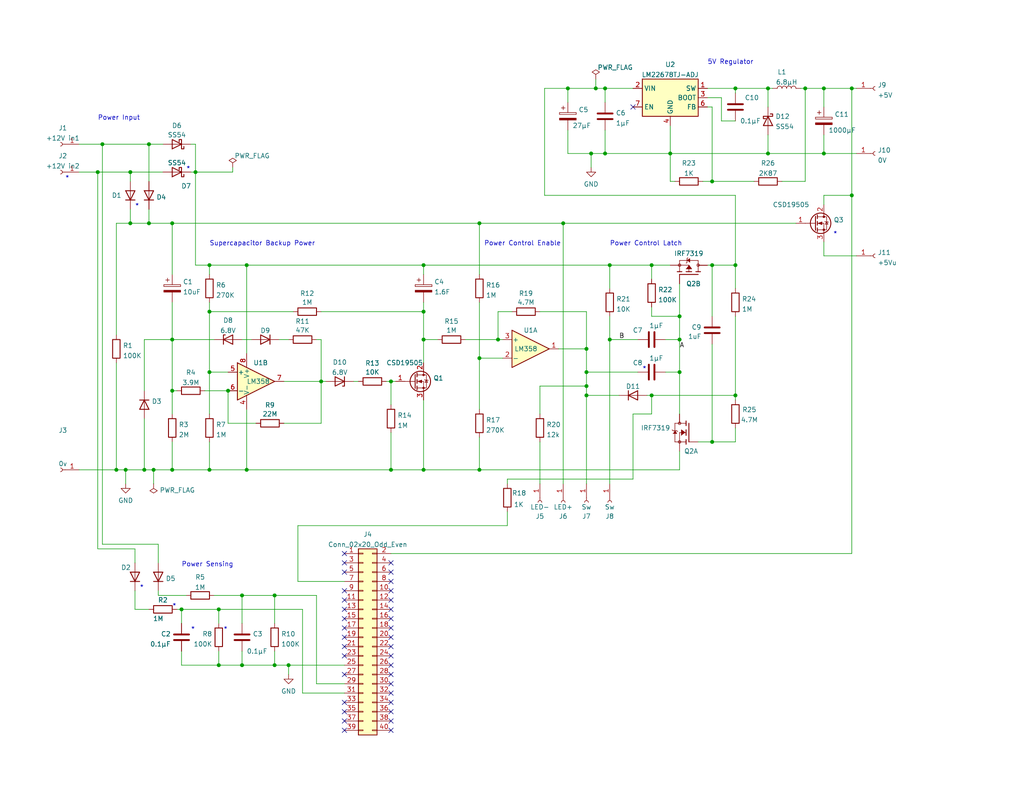
<source format=kicad_sch>
(kicad_sch (version 20211123) (generator eeschema)
  (paper "USLetter")
  (title_block (title "Graceful-Shutdown Power Supply for SBC") (rev "V2") (company "Bloodnok Marine") (comment 2 "Provides time to safely shut down when power is disconnected") (comment 4 "Safe power supply for Rasberry Pi or equivalent"))
  (lib_symbols
    (symbol "Amplifier_Operational:LM358" (pin_names (offset 0.127))
      (property "Reference" "U" (at 0 5.08 0))
      (property "Value" "LM358" (at 0 -5.08 0))
      (symbol "LM358_1_1"
        (pin output line (at 7.62 0 180) (length 2.54) (name "~") (number "1"))
        (pin input line (at -7.62 -2.54 0) (length 2.54) (name "-") (number "2"))
        (pin input line (at -7.62 2.54 0) (length 2.54) (name "+") (number "3"))
      )
      (symbol "LM358_2_1"
        (pin input line (at -7.62 2.54 0) (length 2.54) (name "+") (number "5"))
        (pin input line (at -7.62 -2.54 0) (length 2.54) (name "-") (number "6"))
        (pin output line (at 7.62 0 180) (length 2.54) (name "~") (number "7"))
      )
      (symbol "LM358_3_1"
        (pin power_in line (at -2.54 -7.62 90) (length 3.81) (name "V-") (number "4"))
        (pin power_in line (at -2.54 7.62 270) (length 3.81) (name "V+") (number "8"))
      )
    )
    (symbol "Connector:Conn_01x01_Female" (pin_names (offset 1.016) hide)
      (property "Reference" "J" (at 0 2.54 0))
      (property "Value" "Conn_01x01_Female" (at 0 -2.54 0))
      (symbol "Conn_01x01_Female_1_1"
        (pin passive line (at -5.08 0 0) (length 3.81) (name "Pin_1") (number "1"))
      )
    )
    (symbol "Connector_Generic:Conn_02x20_Odd_Even" (pin_names (offset 1.016) hide)
      (property "Reference" "J" (at 1.27 25.4 0))
      (property "Value" "Conn_02x20_Odd_Even" (at 1.27 -27.94 0))
      (symbol "Conn_02x20_Odd_Even_1_1"
        (pin passive line (at -5.08 22.86 0) (length 3.81) (name "Pin_1") (number "1"))
        (pin passive line (at 7.62 12.7 180) (length 3.81) (name "Pin_10") (number "10"))
        (pin passive line (at -5.08 10.16 0) (length 3.81) (name "Pin_11") (number "11"))
        (pin passive line (at 7.62 10.16 180) (length 3.81) (name "Pin_12") (number "12"))
        (pin passive line (at -5.08 7.62 0) (length 3.81) (name "Pin_13") (number "13"))
        (pin passive line (at 7.62 7.62 180) (length 3.81) (name "Pin_14") (number "14"))
        (pin passive line (at -5.08 5.08 0) (length 3.81) (name "Pin_15") (number "15"))
        (pin passive line (at 7.62 5.08 180) (length 3.81) (name "Pin_16") (number "16"))
        (pin passive line (at -5.08 2.54 0) (length 3.81) (name "Pin_17") (number "17"))
        (pin passive line (at 7.62 2.54 180) (length 3.81) (name "Pin_18") (number "18"))
        (pin passive line (at -5.08 0 0) (length 3.81) (name "Pin_19") (number "19"))
        (pin passive line (at 7.62 22.86 180) (length 3.81) (name "Pin_2") (number "2"))
        (pin passive line (at 7.62 0 180) (length 3.81) (name "Pin_20") (number "20"))
        (pin passive line (at -5.08 -2.54 0) (length 3.81) (name "Pin_21") (number "21"))
        (pin passive line (at 7.62 -2.54 180) (length 3.81) (name "Pin_22") (number "22"))
        (pin passive line (at -5.08 -5.08 0) (length 3.81) (name "Pin_23") (number "23"))
        (pin passive line (at 7.62 -5.08 180) (length 3.81) (name "Pin_24") (number "24"))
        (pin passive line (at -5.08 -7.62 0) (length 3.81) (name "Pin_25") (number "25"))
        (pin passive line (at 7.62 -7.62 180) (length 3.81) (name "Pin_26") (number "26"))
        (pin passive line (at -5.08 -10.16 0) (length 3.81) (name "Pin_27") (number "27"))
        (pin passive line (at 7.62 -10.16 180) (length 3.81) (name "Pin_28") (number "28"))
        (pin passive line (at -5.08 -12.7 0) (length 3.81) (name "Pin_29") (number "29"))
        (pin passive line (at -5.08 20.32 0) (length 3.81) (name "Pin_3") (number "3"))
        (pin passive line (at 7.62 -12.7 180) (length 3.81) (name "Pin_30") (number "30"))
        (pin passive line (at -5.08 -15.24 0) (length 3.81) (name "Pin_31") (number "31"))
        (pin passive line (at 7.62 -15.24 180) (length 3.81) (name "Pin_32") (number "32"))
        (pin passive line (at -5.08 -17.78 0) (length 3.81) (name "Pin_33") (number "33"))
        (pin passive line (at 7.62 -17.78 180) (length 3.81) (name "Pin_34") (number "34"))
        (pin passive line (at -5.08 -20.32 0) (length 3.81) (name "Pin_35") (number "35"))
        (pin passive line (at 7.62 -20.32 180) (length 3.81) (name "Pin_36") (number "36"))
        (pin passive line (at -5.08 -22.86 0) (length 3.81) (name "Pin_37") (number "37"))
        (pin passive line (at 7.62 -22.86 180) (length 3.81) (name "Pin_38") (number "38"))
        (pin passive line (at -5.08 -25.4 0) (length 3.81) (name "Pin_39") (number "39"))
        (pin passive line (at 7.62 20.32 180) (length 3.81) (name "Pin_4") (number "4"))
        (pin passive line (at 7.62 -25.4 180) (length 3.81) (name "Pin_40") (number "40"))
        (pin passive line (at -5.08 17.78 0) (length 3.81) (name "Pin_5") (number "5"))
        (pin passive line (at 7.62 17.78 180) (length 3.81) (name "Pin_6") (number "6"))
        (pin passive line (at -5.08 15.24 0) (length 3.81) (name "Pin_7") (number "7"))
        (pin passive line (at 7.62 15.24 180) (length 3.81) (name "Pin_8") (number "8"))
        (pin passive line (at -5.08 12.7 0) (length 3.81) (name "Pin_9") (number "9"))
      )
    )
    (symbol "Device:C" (pin_numbers hide) (pin_names (offset 0.254))
      (property "Reference" "C" (at 0.635 2.54 0))
      (property "Value" "C" (at 0.635 -2.54 0))
      (symbol "C_1_1"
        (pin passive line (at 0 3.81 270) (length 2.794) (name "~") (number "1"))
        (pin passive line (at 0 -3.81 90) (length 2.794) (name "~") (number "2"))
      )
    )
    (symbol "Device:C_Polarized" (pin_numbers hide) (pin_names (offset 0.254))
      (property "Reference" "C" (at 0.635 2.54 0))
      (property "Value" "C_Polarized" (at 0.635 -2.54 0))
      (symbol "C_Polarized_1_1"
        (pin passive line (at 0 3.81 270) (length 2.794) (name "~") (number "1"))
        (pin passive line (at 0 -3.81 90) (length 2.794) (name "~") (number "2"))
      )
    )
    (symbol "Device:D" (pin_numbers hide) (pin_names (offset 1.016) hide)
      (property "Reference" "D" (at 0 2.54 0))
      (property "Value" "D" (at 0 -2.54 0))
      (symbol "D_1_1"
        (pin passive line (at -3.81 0 0) (length 2.54) (name "K") (number "1"))
        (pin passive line (at 3.81 0 180) (length 2.54) (name "A") (number "2"))
      )
    )
    (symbol "Device:D_Schottky" (pin_numbers hide) (pin_names (offset 1.016) hide)
      (property "Reference" "D" (at 0 2.54 0))
      (property "Value" "D_Schottky" (at 0 -2.54 0))
      (symbol "D_Schottky_1_1"
        (pin passive line (at -3.81 0 0) (length 2.54) (name "K") (number "1"))
        (pin passive line (at 3.81 0 180) (length 2.54) (name "A") (number "2"))
      )
    )
    (symbol "Device:D_Zener" (pin_numbers hide) (pin_names (offset 1.016) hide)
      (property "Reference" "D" (at 0 2.54 0))
      (property "Value" "D_Zener" (at 0 -2.54 0))
      (symbol "D_Zener_1_1"
        (pin passive line (at -3.81 0 0) (length 2.54) (name "K") (number "1"))
        (pin passive line (at 3.81 0 180) (length 2.54) (name "A") (number "2"))
      )
    )
    (symbol "Device:L" (pin_numbers hide) (pin_names (offset 1.016) hide)
      (property "Reference" "L" (at -1.27 0 90))
      (property "Value" "L" (at 1.905 0 90))
      (symbol "L_1_1"
        (pin passive line (at 0 3.81 270) (length 1.27) (name "1") (number "1"))
        (pin passive line (at 0 -3.81 90) (length 1.27) (name "2") (number "2"))
      )
    )
    (symbol "Device:R" (pin_numbers hide) (pin_names (offset 0))
      (property "Reference" "R" (at 2.032 0 90))
      (property "Value" "R" (at 0 0 90))
      (symbol "R_1_1"
        (pin passive line (at 0 3.81 270) (length 1.27) (name "~") (number "1"))
        (pin passive line (at 0 -3.81 90) (length 1.27) (name "~") (number "2"))
      )
    )
    (symbol "IRF7319:IRF7319" (pin_numbers hide) (pin_names (offset 1.016) hide)
      (property "Reference" "Q" (at -11.43 2.54 0))
      (property "Value" "IRF7319" (at -11.43 -7.62 0))
      (symbol "IRF7319_1_0"
        (pin passive line (at 0 -5.08 90) (length 2.54) (name "S1") (number "1"))
        (pin passive line (at -5.08 -2.54 0) (length 2.54) (name "G1") (number "2"))
        (pin passive line (at 0 5.08 270) (length 2.54) (name "D1") (number "7"))
        (pin passive line (at 0 5.08 270) (length 2.54) (name "D1") (number "8"))
      )
      (symbol "IRF7319_2_0"
        (pin passive line (at 0 -5.08 90) (length 2.54) (name "S2") (number "3"))
        (pin passive line (at -5.08 -2.54 0) (length 2.54) (name "G2") (number "4"))
        (pin passive line (at 0 5.08 270) (length 2.54) (name "D2") (number "5"))
        (pin passive line (at 0 5.08 270) (length 2.54) (name "D2") (number "6"))
      )
    )
    (symbol "Regulator_Switching:LM22678TJ-ADJ"
      (property "Reference" "U" (at -6.35 6.35 0))
      (property "Value" "LM22678TJ-ADJ" (at 5.08 6.35 0))
      (symbol "LM22678TJ-ADJ_1_1"
        (pin power_out line (at 10.16 2.54 180) (length 2.54) (name "SW") (number "1"))
        (pin power_in line (at -10.16 2.54 0) (length 2.54) (name "VIN") (number "2"))
        (pin passive line (at 10.16 0 180) (length 2.54) (name "BOOT") (number "3"))
        (pin power_in line (at 0 -7.62 90) (length 2.54) (name "GND") (number "4"))
        (pin no_connect line (at -7.62 0 0) (length 2.54) hide (name "NC") (number "5"))
        (pin input line (at 10.16 -2.54 180) (length 2.54) (name "FB") (number "6"))
        (pin input line (at -10.16 -2.54 0) (length 2.54) (name "EN") (number "7"))
        (pin passive line (at 0 -7.62 90) (length 2.54) hide (name "GND") (number "8"))
      )
    )
    (symbol "csd19502q5b:CSD19505KCS" (pin_names hide)
      (property "Reference" "Q" (at 5.08 1.905 0))
      (property "Value" "CSD19505KCS" (at 5.08 0 0))
      (symbol "CSD19505KCS_1_1"
        (pin passive line (at -5.08 0 0) (length 2.54) (name "G") (number "1"))
        (pin passive line (at 2.54 5.08 270) (length 2.54) (name "D") (number "2"))
        (pin passive line (at 2.54 -5.08 90) (length 2.54) (name "S") (number "3"))
      )
    )
    (symbol "power:GND" (power) (pin_names (offset 0))
      (property "Value" "GND" (at 0 -3.81 0))
      (symbol "GND_1_1"
        (pin power_in line (at 0 0 270) (length 0) hide (name "GND") (number "1"))
      )
    )
    (symbol "power:PWR_FLAG" (power) (pin_numbers hide) (pin_names (offset 0) hide)
      (property "Value" "PWR_FLAG" (at 0 3.81 0))
      (symbol "PWR_FLAG_0_0"
        (pin power_out line (at 0 0 90) (length 0) (name "pwr") (number "1"))
      )
    )
  )
  (junction (at 154.94 24.13))
  (junction (at 232.41 24.13))
  (junction (at 115.57 85.09))
  (junction (at 66.04 162.56))
  (junction (at 130.81 128.27))
  (junction (at 46.99 106.68))
  (junction (at 135.89 92.71))
  (junction (at 165.1 24.13))
  (junction (at 185.42 92.71))
  (junction (at 57.15 128.27))
  (junction (at 59.69 181.61))
  (junction (at 53.34 46.99))
  (junction (at 209.55 41.91))
  (junction (at 67.31 72.39))
  (junction (at 31.75 128.27))
  (junction (at 59.69 166.37))
  (junction (at 67.31 128.27))
  (junction (at 162.56 24.13))
  (junction (at 49.53 166.37))
  (junction (at 160.02 101.6))
  (junction (at 166.37 92.71))
  (junction (at 115.57 72.39))
  (junction (at 200.66 72.39))
  (junction (at 41.91 128.27))
  (junction (at 160.02 107.95))
  (junction (at 153.67 60.96))
  (junction (at 87.63 104.14))
  (junction (at 115.57 128.27))
  (junction (at 106.68 128.27))
  (junction (at 130.81 60.96))
  (junction (at 165.1 41.91))
  (junction (at 57.15 72.39))
  (junction (at 78.74 181.61))
  (junction (at 200.66 24.13))
  (junction (at 209.55 24.13))
  (junction (at 160.02 105.41))
  (junction (at 26.67 46.99))
  (junction (at 34.29 128.27))
  (junction (at 185.42 86.36))
  (junction (at 115.57 92.71))
  (junction (at 166.37 72.39))
  (junction (at 232.41 53.34))
  (junction (at 177.8 72.39))
  (junction (at 185.42 101.6))
  (junction (at 194.31 72.39))
  (junction (at 106.68 104.14))
  (junction (at 224.79 41.91))
  (junction (at 130.81 97.79))
  (junction (at 161.29 41.91))
  (junction (at 194.31 120.65))
  (junction (at 182.88 41.91))
  (junction (at 57.15 85.09))
  (junction (at 194.31 49.53))
  (junction (at 39.37 128.27))
  (junction (at 46.99 128.27))
  (junction (at 74.93 162.56))
  (junction (at 66.04 181.61))
  (junction (at 46.99 92.71))
  (junction (at 219.71 24.13))
  (junction (at 160.02 95.25))
  (junction (at 40.64 39.37))
  (junction (at 27.94 39.37))
  (junction (at 74.93 181.61))
  (junction (at 57.15 101.6))
  (junction (at 62.23 106.68))
  (junction (at 46.99 60.96))
  (junction (at 224.79 24.13))
  (junction (at 40.64 60.96))
  (junction (at 35.56 60.96))
  (junction (at 177.8 107.95))
  (junction (at 200.66 107.95))
  (junction (at 35.56 46.99))
  (no_connect (at 93.98 163.83))
  (no_connect (at 93.98 161.29))
  (no_connect (at 93.98 156.21))
  (no_connect (at 93.98 153.67))
  (no_connect (at 93.98 151.13))
  (no_connect (at 93.98 166.37))
  (no_connect (at 93.98 168.91))
  (no_connect (at 93.98 171.45))
  (no_connect (at 93.98 179.07))
  (no_connect (at 93.98 176.53))
  (no_connect (at 93.98 173.99))
  (no_connect (at 93.98 184.15))
  (no_connect (at 106.68 173.99))
  (no_connect (at 106.68 176.53))
  (no_connect (at 93.98 191.77))
  (no_connect (at 93.98 199.39))
  (no_connect (at 93.98 196.85))
  (no_connect (at 93.98 194.31))
  (no_connect (at 106.68 189.23))
  (no_connect (at 106.68 191.77))
  (no_connect (at 106.68 194.31))
  (no_connect (at 106.68 196.85))
  (no_connect (at 106.68 199.39))
  (no_connect (at 106.68 179.07))
  (no_connect (at 106.68 181.61))
  (no_connect (at 106.68 184.15))
  (no_connect (at 106.68 186.69))
  (no_connect (at 106.68 156.21))
  (no_connect (at 106.68 153.67))
  (no_connect (at 106.68 158.75))
  (no_connect (at 106.68 168.91))
  (no_connect (at 106.68 171.45))
  (no_connect (at 106.68 161.29))
  (no_connect (at 106.68 163.83))
  (no_connect (at 106.68 166.37))
  (no_connect (at 172.72 29.21))
  (wire (pts (xy 205.74 49.53) (xy 194.31 49.53)))
  (wire (pts (xy 62.23 101.6) (xy 57.15 101.6)))
  (wire (pts (xy 160.02 85.09) (xy 160.02 95.25)))
  (wire (pts (xy 177.8 72.39) (xy 182.88 72.39)))
  (wire (pts (xy 66.04 162.56) (xy 74.93 162.56)))
  (wire (pts (xy 105.41 104.14) (xy 106.68 104.14)))
  (wire (pts (xy 74.93 181.61) (xy 78.74 181.61)))
  (wire (pts (xy 194.31 72.39) (xy 194.31 86.36)))
  (wire (pts (xy 135.89 85.09) (xy 135.89 92.71)))
  (wire (pts (xy 130.81 97.79) (xy 130.81 111.76)))
  (wire (pts (xy 224.79 66.04) (xy 224.79 69.85)))
  (wire (pts (xy 193.04 29.21) (xy 194.31 29.21)))
  (wire (pts (xy 115.57 92.71) (xy 115.57 99.06)))
  (wire (pts (xy 224.79 29.21) (xy 224.79 24.13)))
  (wire (pts (xy 35.56 60.96) (xy 40.64 60.96)))
  (wire (pts (xy 57.15 72.39) (xy 53.34 72.39)))
  (wire (pts (xy 74.93 170.18) (xy 74.93 162.56)))
  (wire (pts (xy 26.67 46.99) (xy 35.56 46.99)))
  (wire (pts (xy 115.57 128.27) (xy 130.81 128.27)))
  (wire (pts (xy 66.04 181.61) (xy 74.93 181.61)))
  (wire (pts (xy 96.52 104.14) (xy 97.79 104.14)))
  (wire (pts (xy 49.53 177.8) (xy 49.53 181.61)))
  (wire (pts (xy 160.02 105.41) (xy 160.02 101.6)))
  (wire (pts (xy 58.42 162.56) (xy 66.04 162.56)))
  (wire (pts (xy 57.15 101.6) (xy 57.15 113.03)))
  (wire (pts (xy 46.99 82.55) (xy 46.99 92.71)))
  (wire (pts (xy 200.66 86.36) (xy 200.66 107.95)))
  (wire (pts (xy 165.1 27.94) (xy 165.1 24.13)))
  (wire (pts (xy 162.56 21.59) (xy 162.56 24.13)))
  (wire (pts (xy 69.85 115.57) (xy 62.23 115.57)))
  (wire (pts (xy 127 92.71) (xy 135.89 92.71)))
  (wire (pts (xy 43.18 162.56) (xy 43.18 161.29)))
  (wire (pts (xy 62.23 115.57) (xy 62.23 106.68)))
  (wire (pts (xy 35.56 46.99) (xy 44.45 46.99)))
  (wire (pts (xy 182.88 49.53) (xy 182.88 41.91)))
  (wire (pts (xy 154.94 41.91) (xy 154.94 35.56)))
  (wire (pts (xy 106.68 104.14) (xy 107.95 104.14)))
  (wire (pts (xy 39.37 114.3) (xy 39.37 128.27)))
  (wire (pts (xy 194.31 29.21) (xy 194.31 49.53)))
  (wire (pts (xy 39.37 128.27) (xy 41.91 128.27)))
  (wire (pts (xy 166.37 72.39) (xy 166.37 78.74)))
  (wire (pts (xy 213.36 49.53) (xy 219.71 49.53)))
  (wire (pts (xy 181.61 101.6) (xy 185.42 101.6)))
  (wire (pts (xy 177.8 86.36) (xy 185.42 86.36)))
  (wire (pts (xy 115.57 72.39) (xy 166.37 72.39)))
  (wire (pts (xy 41.91 128.27) (xy 46.99 128.27)))
  (wire (pts (xy 224.79 53.34) (xy 224.79 55.88)))
  (wire (pts (xy 130.81 60.96) (xy 153.67 60.96)))
  (wire (pts (xy 57.15 74.93) (xy 57.15 72.39)))
  (wire (pts (xy 153.67 60.96) (xy 153.67 132.08)))
  (wire (pts (xy 77.47 115.57) (xy 87.63 115.57)))
  (wire (pts (xy 46.99 106.68) (xy 46.99 113.03)))
  (wire (pts (xy 147.32 105.41) (xy 147.32 113.03)))
  (wire (pts (xy 172.72 130.81) (xy 138.43 130.81)))
  (wire (pts (xy 177.8 107.95) (xy 200.66 107.95)))
  (wire (pts (xy 224.79 36.83) (xy 224.79 41.91)))
  (wire (pts (xy 106.68 110.49) (xy 106.68 104.14)))
  (wire (pts (xy 160.02 101.6) (xy 173.99 101.6)))
  (wire (pts (xy 67.31 72.39) (xy 57.15 72.39)))
  (wire (pts (xy 135.89 92.71) (xy 137.16 92.71)))
  (wire (pts (xy 66.04 170.18) (xy 66.04 162.56)))
  (wire (pts (xy 49.53 170.18) (xy 49.53 166.37)))
  (wire (pts (xy 49.53 181.61) (xy 59.69 181.61)))
  (wire (pts (xy 160.02 107.95) (xy 160.02 132.08)))
  (wire (pts (xy 87.63 104.14) (xy 88.9 104.14)))
  (wire (pts (xy 26.67 149.86) (xy 36.83 149.86)))
  (wire (pts (xy 160.02 95.25) (xy 160.02 101.6)))
  (wire (pts (xy 115.57 85.09) (xy 115.57 92.71)))
  (wire (pts (xy 80.01 85.09) (xy 57.15 85.09)))
  (wire (pts (xy 39.37 92.71) (xy 39.37 106.68)))
  (wire (pts (xy 152.4 95.25) (xy 160.02 95.25)))
  (wire (pts (xy 31.75 60.96) (xy 35.56 60.96)))
  (wire (pts (xy 53.34 72.39) (xy 53.34 46.99)))
  (wire (pts (xy 194.31 72.39) (xy 200.66 72.39)))
  (wire (pts (xy 78.74 181.61) (xy 78.74 184.15)))
  (wire (pts (xy 153.67 60.96) (xy 217.17 60.96)))
  (wire (pts (xy 57.15 120.65) (xy 57.15 128.27)))
  (wire (pts (xy 67.31 111.76) (xy 67.31 128.27)))
  (wire (pts (xy 162.56 24.13) (xy 165.1 24.13)))
  (wire (pts (xy 224.79 24.13) (xy 232.41 24.13)))
  (wire (pts (xy 168.91 107.95) (xy 160.02 107.95)))
  (wire (pts (xy 53.34 46.99) (xy 53.34 39.37)))
  (wire (pts (xy 233.68 41.91) (xy 224.79 41.91)))
  (wire (pts (xy 34.29 132.08) (xy 34.29 128.27)))
  (wire (pts (xy 182.88 34.29) (xy 182.88 41.91)))
  (wire (pts (xy 27.94 39.37) (xy 27.94 148.59)))
  (wire (pts (xy 93.98 189.23) (xy 82.55 189.23)))
  (wire (pts (xy 200.66 116.84) (xy 200.66 120.65)))
  (wire (pts (xy 232.41 53.34) (xy 232.41 151.13)))
  (wire (pts (xy 35.56 46.99) (xy 35.56 49.53)))
  (wire (pts (xy 185.42 77.47) (xy 185.42 86.36)))
  (wire (pts (xy 148.59 24.13) (xy 154.94 24.13)))
  (wire (pts (xy 166.37 92.71) (xy 166.37 132.08)))
  (wire (pts (xy 82.55 189.23) (xy 82.55 166.37)))
  (wire (pts (xy 172.72 130.81) (xy 172.72 113.03)))
  (wire (pts (xy 53.34 46.99) (xy 63.5 46.99)))
  (wire (pts (xy 58.42 92.71) (xy 46.99 92.71)))
  (wire (pts (xy 154.94 41.91) (xy 161.29 41.91)))
  (wire (pts (xy 185.42 123.19) (xy 185.42 128.27)))
  (wire (pts (xy 224.79 41.91) (xy 209.55 41.91)))
  (wire (pts (xy 194.31 93.98) (xy 194.31 120.65)))
  (wire (pts (xy 200.66 53.34) (xy 148.59 53.34)))
  (wire (pts (xy 200.66 24.13) (xy 209.55 24.13)))
  (wire (pts (xy 209.55 29.21) (xy 209.55 24.13)))
  (wire (pts (xy 147.32 105.41) (xy 160.02 105.41)))
  (wire (pts (xy 57.15 85.09) (xy 57.15 101.6)))
  (wire (pts (xy 46.99 92.71) (xy 46.99 106.68)))
  (wire (pts (xy 115.57 109.22) (xy 115.57 128.27)))
  (wire (pts (xy 115.57 74.93) (xy 115.57 72.39)))
  (wire (pts (xy 49.53 166.37) (xy 59.69 166.37)))
  (wire (pts (xy 36.83 161.29) (xy 36.83 166.37)))
  (wire (pts (xy 43.18 153.67) (xy 43.18 148.59)))
  (wire (pts (xy 148.59 53.34) (xy 148.59 24.13)))
  (wire (pts (xy 27.94 39.37) (xy 40.64 39.37)))
  (wire (pts (xy 224.79 24.13) (xy 219.71 24.13)))
  (wire (pts (xy 177.8 76.2) (xy 177.8 72.39)))
  (wire (pts (xy 200.66 72.39) (xy 200.66 53.34)))
  (wire (pts (xy 130.81 74.93) (xy 130.81 60.96)))
  (wire (pts (xy 194.31 49.53) (xy 191.77 49.53)))
  (wire (pts (xy 34.29 128.27) (xy 39.37 128.27)))
  (wire (pts (xy 196.85 33.02) (xy 196.85 26.67)))
  (wire (pts (xy 176.53 107.95) (xy 177.8 107.95)))
  (wire (pts (xy 57.15 82.55) (xy 57.15 85.09)))
  (wire (pts (xy 185.42 92.71) (xy 185.42 101.6)))
  (wire (pts (xy 185.42 101.6) (xy 185.42 113.03)))
  (wire (pts (xy 160.02 105.41) (xy 160.02 107.95)))
  (wire (pts (xy 185.42 86.36) (xy 185.42 92.71)))
  (wire (pts (xy 181.61 92.71) (xy 185.42 92.71)))
  (wire (pts (xy 21.59 46.99) (xy 26.67 46.99)))
  (wire (pts (xy 138.43 143.51) (xy 138.43 139.7)))
  (wire (pts (xy 40.64 57.15) (xy 40.64 60.96)))
  (wire (pts (xy 147.32 120.65) (xy 147.32 132.08)))
  (wire (pts (xy 190.5 120.65) (xy 194.31 120.65)))
  (wire (pts (xy 87.63 115.57) (xy 87.63 104.14)))
  (wire (pts (xy 93.98 158.75) (xy 81.28 158.75)))
  (wire (pts (xy 137.16 97.79) (xy 130.81 97.79)))
  (wire (pts (xy 41.91 132.08) (xy 41.91 128.27)))
  (wire (pts (xy 87.63 92.71) (xy 86.36 92.71)))
  (wire (pts (xy 36.83 149.86) (xy 36.83 153.67)))
  (wire (pts (xy 21.59 39.37) (xy 27.94 39.37)))
  (wire (pts (xy 48.26 166.37) (xy 49.53 166.37)))
  (wire (pts (xy 31.75 60.96) (xy 31.75 91.44)))
  (wire (pts (xy 193.04 24.13) (xy 200.66 24.13)))
  (wire (pts (xy 232.41 24.13) (xy 233.68 24.13)))
  (wire (pts (xy 172.72 113.03) (xy 177.8 113.03)))
  (wire (pts (xy 161.29 45.72) (xy 161.29 41.91)))
  (wire (pts (xy 209.55 41.91) (xy 182.88 41.91)))
  (wire (pts (xy 138.43 130.81) (xy 138.43 132.08)))
  (wire (pts (xy 76.2 92.71) (xy 78.74 92.71)))
  (wire (pts (xy 200.66 25.4) (xy 200.66 24.13)))
  (wire (pts (xy 40.64 39.37) (xy 44.45 39.37)))
  (wire (pts (xy 106.68 151.13) (xy 232.41 151.13)))
  (wire (pts (xy 119.38 92.71) (xy 115.57 92.71)))
  (wire (pts (xy 67.31 96.52) (xy 67.31 72.39)))
  (wire (pts (xy 46.99 92.71) (xy 39.37 92.71)))
  (wire (pts (xy 87.63 85.09) (xy 115.57 85.09)))
  (wire (pts (xy 21.59 128.27) (xy 31.75 128.27)))
  (wire (pts (xy 130.81 82.55) (xy 130.81 97.79)))
  (wire (pts (xy 177.8 113.03) (xy 177.8 107.95)))
  (wire (pts (xy 200.66 120.65) (xy 194.31 120.65)))
  (wire (pts (xy 161.29 41.91) (xy 165.1 41.91)))
  (wire (pts (xy 232.41 24.13) (xy 232.41 53.34)))
  (wire (pts (xy 130.81 128.27) (xy 185.42 128.27)))
  (wire (pts (xy 27.94 148.59) (xy 43.18 148.59)))
  (wire (pts (xy 200.66 33.02) (xy 196.85 33.02)))
  (wire (pts (xy 177.8 83.82) (xy 177.8 86.36)))
  (wire (pts (xy 36.83 166.37) (xy 40.64 166.37)))
  (wire (pts (xy 165.1 41.91) (xy 182.88 41.91)))
  (wire (pts (xy 77.47 104.14) (xy 87.63 104.14)))
  (wire (pts (xy 200.66 78.74) (xy 200.66 72.39)))
  (wire (pts (xy 52.07 39.37) (xy 53.34 39.37)))
  (wire (pts (xy 40.64 60.96) (xy 46.99 60.96)))
  (wire (pts (xy 46.99 120.65) (xy 46.99 128.27)))
  (wire (pts (xy 219.71 49.53) (xy 219.71 24.13)))
  (wire (pts (xy 59.69 181.61) (xy 66.04 181.61)))
  (wire (pts (xy 46.99 60.96) (xy 46.99 74.93)))
  (wire (pts (xy 166.37 72.39) (xy 177.8 72.39)))
  (wire (pts (xy 86.36 186.69) (xy 86.36 162.56)))
  (wire (pts (xy 50.8 162.56) (xy 43.18 162.56)))
  (wire (pts (xy 232.41 53.34) (xy 224.79 53.34)))
  (wire (pts (xy 74.93 177.8) (xy 74.93 181.61)))
  (wire (pts (xy 209.55 36.83) (xy 209.55 41.91)))
  (wire (pts (xy 26.67 46.99) (xy 26.67 149.86)))
  (wire (pts (xy 87.63 92.71) (xy 87.63 104.14)))
  (wire (pts (xy 172.72 24.13) (xy 165.1 24.13)))
  (wire (pts (xy 209.55 24.13) (xy 210.82 24.13)))
  (wire (pts (xy 130.81 119.38) (xy 130.81 128.27)))
  (wire (pts (xy 173.99 92.71) (xy 166.37 92.71)))
  (wire (pts (xy 31.75 99.06) (xy 31.75 128.27)))
  (wire (pts (xy 139.7 85.09) (xy 135.89 85.09)))
  (wire (pts (xy 67.31 128.27) (xy 106.68 128.27)))
  (wire (pts (xy 115.57 72.39) (xy 67.31 72.39)))
  (wire (pts (xy 154.94 24.13) (xy 162.56 24.13)))
  (wire (pts (xy 35.56 57.15) (xy 35.56 60.96)))
  (wire (pts (xy 46.99 128.27) (xy 57.15 128.27)))
  (wire (pts (xy 31.75 128.27) (xy 34.29 128.27)))
  (wire (pts (xy 57.15 128.27) (xy 67.31 128.27)))
  (wire (pts (xy 218.44 24.13) (xy 219.71 24.13)))
  (wire (pts (xy 62.23 106.68) (xy 55.88 106.68)))
  (wire (pts (xy 106.68 118.11) (xy 106.68 128.27)))
  (wire (pts (xy 193.04 72.39) (xy 194.31 72.39)))
  (wire (pts (xy 46.99 60.96) (xy 130.81 60.96)))
  (wire (pts (xy 147.32 85.09) (xy 160.02 85.09)))
  (wire (pts (xy 165.1 35.56) (xy 165.1 41.91)))
  (wire (pts (xy 115.57 82.55) (xy 115.57 85.09)))
  (wire (pts (xy 81.28 143.51) (xy 138.43 143.51)))
  (wire (pts (xy 166.37 86.36) (xy 166.37 92.71)))
  (wire (pts (xy 66.04 92.71) (xy 68.58 92.71)))
  (wire (pts (xy 93.98 186.69) (xy 86.36 186.69)))
  (wire (pts (xy 74.93 162.56) (xy 86.36 162.56)))
  (wire (pts (xy 196.85 26.67) (xy 193.04 26.67)))
  (wire (pts (xy 48.26 106.68) (xy 46.99 106.68)))
  (wire (pts (xy 78.74 181.61) (xy 93.98 181.61)))
  (wire (pts (xy 59.69 166.37) (xy 82.55 166.37)))
  (wire (pts (xy 154.94 24.13) (xy 154.94 27.94)))
  (wire (pts (xy 59.69 177.8) (xy 59.69 181.61)))
  (wire (pts (xy 40.64 39.37) (xy 40.64 49.53)))
  (wire (pts (xy 81.28 158.75) (xy 81.28 143.51)))
  (wire (pts (xy 184.15 49.53) (xy 182.88 49.53)))
  (wire (pts (xy 106.68 128.27) (xy 115.57 128.27)))
  (wire (pts (xy 63.5 46.99) (xy 63.5 45.72)))
  (wire (pts (xy 59.69 170.18) (xy 59.69 166.37)))
  (wire (pts (xy 224.79 69.85) (xy 233.68 69.85)))
  (wire (pts (xy 200.66 109.22) (xy 200.66 107.95)))
  (wire (pts (xy 52.07 46.99) (xy 53.34 46.99)))
  (wire (pts (xy 66.04 177.8) (xy 66.04 181.61)))
  (text "*" (at 60.96 172.72 0) (effects (font (size 1.27 1.27)) (justify left bottom)))
  (text "*" (at 36.83 57.15 0) (effects (font (size 1.27 1.27)) (justify left bottom)))
  (text "Power Control Latch" (at 166.37 67.31 0) (effects (font (size 1.27 1.27)) (justify left bottom)))
  (text "*" (at 175.26 101.6 0) (effects (font (size 1.27 1.27)) (justify left bottom)))
  (text "*" (at 227.33 64.77 0) (effects (font (size 1.27 1.27)) (justify left bottom)))
  (text "*" (at 46.99 166.37 0) (effects (font (size 1.27 1.27)) (justify left bottom)))
  (text "*" (at 38.1 161.29 0) (effects (font (size 1.27 1.27)) (justify left bottom)))
  (text "Supercapacitor Backup Power" (at 57.15 67.31 0) (effects (font (size 1.27 1.27)) (justify left bottom)))
  (text "*" (at 50.8 46.99 0) (effects (font (size 1.27 1.27)) (justify left bottom)))
  (text "5V Regulator" (at 193.04 17.78 0) (effects (font (size 1.27 1.27)) (justify left bottom)))
  (text "*" (at 52.07 172.72 0) (effects (font (size 1.27 1.27)) (justify left bottom)))
  (text "Power Input\n" (at 26.67 33.02 0) (effects (font (size 1.27 1.27)) (justify left bottom)))
  (text "Power Control Enable" (at 132.08 67.31 0) (effects (font (size 1.27 1.27)) (justify left bottom)))
  (text "*" (at 17.78 49.53 0) (effects (font (size 1.27 1.27)) (justify left bottom)))
  (text "Power Sensing\n" (at 49.53 154.94 0) (effects (font (size 1.27 1.27)) (justify left bottom)))
  (label "B" (at 168.91 92.71 0))
  (label "A" (at 185.42 95.25 0))
  (symbol (lib_id "Connector:Conn_01x01_Female") (at 147.32 137.16 90) (mirror x) (unit 1)
    (property "Reference" "J5" (at 147.32 140.97 90))
    (property "Value" "LED-" (at 147.32 138.43 90))
    (property "Footprint" "my_extras:SolderConnector" (effects hide))
  )
  (symbol (lib_id "power:GND") (at 34.29 132.08 0) (unit 1)
    (property "Reference" "#PWR01" (effects hide))
    (property "Value" "GND" (at 34.29 136.6425 0))
  )
  (symbol (lib_id "Device:R") (at 59.69 173.99 0) (mirror x) (unit 1)
    (property "Reference" "R8" (at 57.912 173.0815 0) (effects (justify right)))
    (property "Value" "100K" (at 57.912 175.8566 0) (effects (justify right)))
    (property "Footprint" "Resistor_THT:R_Axial_DIN0207_L6.3mm_D2.5mm_P10.16mm_Horizontal" (effects hide))
  )
  (symbol (lib_id "Device:R") (at 31.75 95.25 0) (unit 1)
    (property "Reference" "R1" (at 33.528 94.3415 0) (effects (justify left)))
    (property "Value" "100K" (at 33.528 97.1166 0) (effects (justify left)))
    (property "Footprint" "Resistor_THT:R_Axial_DIN0207_L6.3mm_D2.5mm_P10.16mm_Horizontal" (effects hide))
  )
  (symbol (lib_id "Device:D") (at 39.37 110.49 270) (unit 1)
    (property "Reference" "D3" (at 41.402 109.5815 90) (effects (justify left)))
    (property "Value" "D" (effects hide))
    (property "Footprint" "Diode_THT:D_A-405_P7.62mm_Horizontal" (effects hide))
    (property "Spice_Primitive" "D" (effects hide))
    (property "Spice_Model" "D1N4148_1" (effects hide))
    (property "Spice_Netlist_Enabled" "Y" (effects hide))
    (property "Spice_Lib_File" "spice/my_spice.lib" (effects hide))
    (property "Spice_Node_Sequence" "2 1" (effects hide))
  )
  (symbol (lib_id "Device:R") (at 74.93 173.99 180) (unit 1)
    (property "Reference" "R10" (at 76.708 173.0815 0) (effects (justify right)))
    (property "Value" "100K" (at 76.708 175.8566 0) (effects (justify right)))
    (property "Footprint" "Resistor_THT:R_Axial_DIN0207_L6.3mm_D2.5mm_P10.16mm_Horizontal" (effects hide))
  )
  (symbol (lib_id "Device:R") (at 57.15 78.74 0) (unit 1)
    (property "Reference" "R6" (at 58.928 77.8315 0) (effects (justify left)))
    (property "Value" "270K" (at 58.928 80.6066 0) (effects (justify left)))
    (property "Footprint" "Resistor_THT:R_Axial_DIN0207_L6.3mm_D2.5mm_P10.16mm_Horizontal" (effects hide))
  )
  (symbol (lib_id "Device:R") (at 138.43 135.89 0) (unit 1)
    (property "Reference" "R18" (at 139.7 134.62 0) (effects (justify left)))
    (property "Value" "1K" (at 140.208 137.7566 0) (effects (justify left)))
    (property "Footprint" "Resistor_THT:R_Axial_DIN0207_L6.3mm_D2.5mm_P10.16mm_Horizontal" (effects hide))
  )
  (symbol (lib_id "Device:R") (at 200.66 113.03 0) (unit 1)
    (property "Reference" "R25" (at 204.47 111.8575 0))
    (property "Value" "4.7M" (at 204.47 114.6326 0))
    (property "Footprint" "Resistor_THT:R_Axial_DIN0207_L6.3mm_D2.5mm_P10.16mm_Horizontal" (effects hide))
  )
  (symbol (lib_id "Amplifier_Operational:LM358") (at 144.78 95.25 0) (unit 1)
    (property "Reference" "U1" (at 144.78 90.17 0))
    (property "Value" "LM358" (at 143.51 95.25 0))
    (property "Footprint" "Package_DIP:DIP-8_W7.62mm" (effects hide))
    (property "Datasheet" "http://www.ti.com/lit/ds/symlink/lm2904-n.pdf" (effects hide))
  )
  (symbol (lib_id "power:GND") (at 78.74 184.15 0) (unit 1)
    (property "Reference" "#PWR02" (effects hide))
    (property "Value" "GND" (at 78.74 188.7125 0))
  )
  (symbol (lib_id "Device:C") (at 194.31 90.17 0) (mirror x) (unit 1)
    (property "Reference" "C9" (at 191.3891 89.3353 0) (effects (justify right)))
    (property "Value" "1uF" (at 191.3891 91.8722 0) (effects (justify right)))
    (property "Footprint" "Capacitor_THT:C_Disc_D7.5mm_W2.5mm_P5.00mm" (effects hide))
  )
  (symbol (lib_id "Device:R") (at 44.45 166.37 90) (unit 1)
    (property "Reference" "R2" (at 44.45 163.83 90))
    (property "Value" "1M" (at 43.18 168.91 90))
    (property "Footprint" "Resistor_THT:R_Axial_DIN0207_L6.3mm_D2.5mm_P10.16mm_Horizontal" (effects hide))
  )
  (symbol (lib_id "Device:C") (at 49.53 173.99 0) (mirror x) (unit 1)
    (property "Reference" "C2" (at 46.6091 173.0815 0) (effects (justify right)))
    (property "Value" "0.1μF" (at 46.6091 175.8566 0) (effects (justify right)))
    (property "Footprint" "Capacitor_THT:C_Disc_D5.0mm_W2.5mm_P2.50mm" (effects hide))
  )
  (symbol (lib_id "Device:C") (at 165.1 31.75 0) (unit 1)
    (property "Reference" "C6" (at 168.021 30.8415 0) (effects (justify left)))
    (property "Value" "1μF" (at 168.021 33.6166 0) (effects (justify left)))
    (property "Footprint" "Capacitor_THT:C_Disc_D7.5mm_W2.5mm_P5.00mm" (effects hide))
  )
  (symbol (lib_id "Device:D") (at 35.56 53.34 90) (unit 1)
    (property "Reference" "D1" (at 30.48 53.34 90) (effects (justify right)))
    (property "Value" "D" (effects hide))
    (property "Footprint" "Diode_THT:D_A-405_P7.62mm_Horizontal" (effects hide))
  )
  (symbol (lib_id "csd19502q5b:CSD19505KCS") (at 222.25 60.96 0) (unit 1)
    (property "Reference" "Q3" (at 227.457 60.0515 0) (effects (justify left)))
    (property "Value" "CSD19505" (at 210.82 55.88 0) (effects (justify left)))
    (property "Footprint" "Package_TO_SOT_THT:TO-220-3_Vertical" (effects hide))
    (property "Datasheet" "https://www.ti.com/lit/gpn/csd19505kcs" (effects hide))
  )
  (symbol (lib_id "power:PWR_FLAG") (at 41.91 132.08 180) (unit 1)
    (property "Reference" "#FLG01" (effects hide))
    (property "Value" "PWR_FLAG" (at 43.561 133.829 0) (effects (justify right)))
  )
  (symbol (lib_id "Connector:Conn_01x01_Female") (at 160.02 137.16 90) (mirror x) (unit 1)
    (property "Reference" "J7" (at 160.02 140.97 90))
    (property "Value" "Sw" (at 160.02 138.43 90))
    (property "Footprint" "my_extras:SolderConnector" (effects hide))
  )
  (symbol (lib_id "Device:R") (at 130.81 78.74 0) (unit 1)
    (property "Reference" "R16" (at 132.588 77.8315 0) (effects (justify left)))
    (property "Value" "1M" (at 132.588 80.6066 0) (effects (justify left)))
    (property "Footprint" "Resistor_THT:R_Axial_DIN0207_L6.3mm_D2.5mm_P10.16mm_Horizontal" (effects hide))
  )
  (symbol (lib_id "Device:C") (at 177.8 101.6 270) (unit 1)
    (property "Reference" "C8" (at 173.99 99.06 90))
    (property "Value" "1μF" (at 179.07 97.79 90))
    (property "Footprint" "Capacitor_THT:C_Disc_D7.5mm_W2.5mm_P5.00mm" (effects hide))
  )
  (symbol (lib_id "Device:L") (at 214.63 24.13 90) (unit 1)
    (property "Reference" "L1" (at 213.36 19.6555 90))
    (property "Value" "6.8μH" (at 214.63 22.4306 90))
    (property "Footprint" "Inductor_SMD:L_Bourns-SRU1028_10.0x10.0mm" (effects hide))
  )
  (symbol (lib_id "Device:D") (at 72.39 92.71 180) (unit 1)
    (property "Reference" "D9" (at 72.39 90.2485 0))
    (property "Value" "D" (effects hide))
    (property "Footprint" "Diode_THT:D_A-405_P7.62mm_Horizontal" (effects hide))
    (property "Spice_Primitive" "D" (effects hide))
    (property "Spice_Model" "D1N4148_1" (effects hide))
    (property "Spice_Netlist_Enabled" "Y" (effects hide))
    (property "Spice_Lib_File" "spice/my_spice.lib" (effects hide))
    (property "Spice_Node_Sequence" "2 1" (effects hide))
  )
  (symbol (lib_id "Device:R") (at 101.6 104.14 90) (unit 1)
    (property "Reference" "R13" (at 101.6 99.1575 90))
    (property "Value" "10K" (at 101.6 101.6 90))
    (property "Footprint" "Resistor_THT:R_Axial_DIN0207_L6.3mm_D2.5mm_P10.16mm_Horizontal" (effects hide))
  )
  (symbol (lib_id "Device:C_Polarized") (at 115.57 78.74 0) (unit 1)
    (property "Reference" "C4" (at 118.491 76.9425 0) (effects (justify left)))
    (property "Value" "1.6F" (at 118.491 79.7176 0) (effects (justify left)))
    (property "Footprint" "my_extras:SuperCapacitor Module" (effects hide))
  )
  (symbol (lib_id "Device:R") (at 123.19 92.71 90) (unit 1)
    (property "Reference" "R15" (at 123.19 87.7275 90))
    (property "Value" "1M" (at 123.19 90.17 90))
    (property "Footprint" "Resistor_THT:R_Axial_DIN0207_L6.3mm_D2.5mm_P10.16mm_Horizontal" (effects hide))
  )
  (symbol (lib_id "Device:D_Schottky") (at 48.26 39.37 180) (unit 1)
    (property "Reference" "D6" (at 48.26 34.29 0))
    (property "Value" "SS54" (at 48.26 36.83 0))
    (property "Footprint" "my_extras:DO-214AC" (effects hide))
  )
  (symbol (lib_id "Device:R") (at 52.07 106.68 90) (unit 1)
    (property "Reference" "R4" (at 52.07 101.6975 90))
    (property "Value" "3.9M" (at 52.07 104.4726 90))
    (property "Footprint" "Resistor_THT:R_Axial_DIN0207_L6.3mm_D2.5mm_P10.16mm_Horizontal" (effects hide))
  )
  (symbol (lib_id "Device:R") (at 46.99 116.84 0) (unit 1)
    (property "Reference" "R3" (at 48.768 115.9315 0) (effects (justify left)))
    (property "Value" "2M" (at 48.768 118.7066 0) (effects (justify left)))
    (property "Footprint" "Resistor_THT:R_Axial_DIN0207_L6.3mm_D2.5mm_P10.16mm_Horizontal" (effects hide))
    (property "Spice_Primitive" "R" (effects hide))
    (property "Spice_Model" "1Meg" (effects hide))
    (property "Spice_Netlist_Enabled" "Y" (effects hide))
  )
  (symbol (lib_id "Device:R") (at 57.15 116.84 0) (unit 1)
    (property "Reference" "R7" (at 58.928 115.9315 0) (effects (justify left)))
    (property "Value" "1M" (at 58.928 118.7066 0) (effects (justify left)))
    (property "Footprint" "Resistor_THT:R_Axial_DIN0207_L6.3mm_D2.5mm_P10.16mm_Horizontal" (effects hide))
  )
  (symbol (lib_id "Amplifier_Operational:LM358") (at 69.85 104.14 0) (unit 3)
    (property "Reference" "U1" (effects hide))
    (property "Value" "LM358" (at 67.31 104.14 0) (effects (justify left)))
    (property "Footprint" "Package_DIP:DIP-8_W7.62mm" (effects hide))
    (property "Datasheet" "http://www.ti.com/lit/ds/symlink/lm2904-n.pdf" (effects hide))
  )
  (symbol (lib_id "Device:R") (at 82.55 92.71 90) (unit 1)
    (property "Reference" "R11" (at 82.55 87.7275 90))
    (property "Value" "47K" (at 82.55 90.17 90))
    (property "Footprint" "Resistor_THT:R_Axial_DIN0207_L6.3mm_D2.5mm_P10.16mm_Horizontal" (effects hide))
  )
  (symbol (lib_id "Device:R") (at 83.82 85.09 90) (unit 1)
    (property "Reference" "R12" (at 83.82 80.1075 90))
    (property "Value" "1M" (at 83.82 82.55 90))
    (property "Footprint" "Resistor_THT:R_Axial_DIN0207_L6.3mm_D2.5mm_P10.16mm_Horizontal" (effects hide))
  )
  (symbol (lib_id "Device:R") (at 106.68 114.3 0) (unit 1)
    (property "Reference" "R14" (at 108.458 113.3915 0) (effects (justify left)))
    (property "Value" "1M" (at 108.458 116.1666 0) (effects (justify left)))
    (property "Footprint" "Resistor_THT:R_Axial_DIN0207_L6.3mm_D2.5mm_P10.16mm_Horizontal" (effects hide))
  )
  (symbol (lib_id "Device:C") (at 200.66 29.21 180) (unit 1)
    (property "Reference" "C10" (at 203.2 26.67 0) (effects (justify right)))
    (property "Value" "0.1μF" (at 201.93 33.02 0) (effects (justify right)))
    (property "Footprint" "Capacitor_THT:C_Disc_D5.0mm_W2.5mm_P2.50mm" (effects hide))
  )
  (symbol (lib_id "Device:D_Schottky") (at 48.26 46.99 180) (unit 1)
    (property "Reference" "D7" (at 50.8 50.8 0))
    (property "Value" "SS54" (at 48.26 44.45 0))
    (property "Footprint" "my_extras:DO-214AC" (effects hide))
  )
  (symbol (lib_id "Regulator_Switching:LM22678TJ-ADJ") (at 182.88 26.67 0) (unit 1)
    (property "Reference" "U2" (at 182.88 17.6235 0))
    (property "Value" "LM22678TJ-ADJ" (at 182.88 20.3986 0))
    (property "Footprint" "Package_TO_SOT_SMD:TO-263-7_TabPin8" (effects hide))
    (property "Datasheet" "https://www.ti.com/lit/ds/symlink/lm22678.pdf" (effects hide))
  )
  (symbol (lib_id "Connector:Conn_01x01_Female") (at 166.37 137.16 90) (mirror x) (unit 1)
    (property "Reference" "J8" (at 166.37 140.97 90))
    (property "Value" "Sw" (at 166.37 138.43 90))
    (property "Footprint" "my_extras:SolderConnector" (effects hide))
  )
  (symbol (lib_id "Device:D_Zener") (at 62.23 92.71 0) (unit 1)
    (property "Reference" "D8" (at 62.23 87.4735 0))
    (property "Value" "6.8V" (at 62.23 90.2486 0))
    (property "Footprint" "Diode_THT:D_A-405_P7.62mm_Horizontal" (effects hide))
  )
  (symbol (lib_id "Amplifier_Operational:LM358") (at 69.85 104.14 0) (unit 2)
    (property "Reference" "U1" (at 71.12 99.06 0))
    (property "Value" "LM358" (effects hide))
    (property "Footprint" "Package_DIP:DIP-8_W7.62mm" (effects hide))
    (property "Datasheet" "http://www.ti.com/lit/ds/symlink/lm2904-n.pdf" (effects hide))
  )
  (symbol (lib_id "Connector:Conn_01x01_Female") (at 238.76 69.85 0) (unit 1)
    (property "Reference" "J11" (at 239.4712 68.9415 0) (effects (justify left)))
    (property "Value" "+5Vu" (at 239.4712 71.7166 0) (effects (justify left)))
    (property "Footprint" "my_extras:SolderConnector - HighCurrent" (effects hide))
  )
  (symbol (lib_id "Device:C") (at 66.04 173.99 0) (unit 1)
    (property "Reference" "C3" (at 68.961 173.0815 0) (effects (justify left)))
    (property "Value" "0.1μF" (at 67.31 177.8 0) (effects (justify left)))
    (property "Footprint" "Capacitor_THT:C_Disc_D5.0mm_W2.5mm_P2.50mm" (effects hide))
  )
  (symbol (lib_id "IRF7319:IRF7319") (at 185.42 118.11 0) (mirror y) (unit 1)
    (property "Reference" "Q2" (at 190.5 123.19 0) (effects (justify left)))
    (property "Value" "IRF7319" (at 182.88 116.84 0) (effects (justify left)))
    (property "Footprint" "my_extras:SOIC127P600X175-8N" (effects hide))
    (property "Datasheet" "None" (effects hide))
    (property "Field4" "SOIC-8 International Rectifier" (effects hide))
    (property "Field5" "Infineon Technologies" (effects hide))
    (property "Field6" "30V Dual N- and P- Channel HEXFET Power MOSFET in a SO-8 package" (effects hide))
    (property "Field7" "Unavailable" (effects hide))
    (property "Field8" "IRF7319" (effects hide))
  )
  (symbol (lib_id "Device:R") (at 143.51 85.09 90) (unit 1)
    (property "Reference" "R19" (at 143.51 80.1075 90))
    (property "Value" "4.7M" (at 143.51 82.55 90))
    (property "Footprint" "Resistor_THT:R_Axial_DIN0207_L6.3mm_D2.5mm_P10.16mm_Horizontal" (effects hide))
  )
  (symbol (lib_id "Device:D") (at 172.72 107.95 0) (unit 1)
    (property "Reference" "D11" (at 172.72 105.4885 0))
    (property "Value" "D" (effects hide))
    (property "Footprint" "Diode_THT:D_A-405_P7.62mm_Horizontal" (effects hide))
  )
  (symbol (lib_id "Device:R") (at 209.55 49.53 90) (unit 1)
    (property "Reference" "R26" (at 209.55 44.5475 90))
    (property "Value" "2K87" (at 209.55 47.3226 90))
    (property "Footprint" "Resistor_THT:R_Axial_DIN0207_L6.3mm_D2.5mm_P10.16mm_Horizontal" (effects hide))
  )
  (symbol (lib_id "Device:R") (at 166.37 82.55 0) (unit 1)
    (property "Reference" "R21" (at 168.148 81.6415 0) (effects (justify left)))
    (property "Value" "10K" (at 168.148 84.4166 0) (effects (justify left)))
    (property "Footprint" "Resistor_THT:R_Axial_DIN0207_L6.3mm_D2.5mm_P10.16mm_Horizontal" (effects hide))
  )
  (symbol (lib_id "Device:C_Polarized") (at 154.94 31.75 0) (unit 1)
    (property "Reference" "C5" (at 157.861 29.9525 0) (effects (justify left)))
    (property "Value" "27μF" (at 156.21 34.29 0) (effects (justify left)))
    (property "Footprint" "Capacitor_THT:CP_Radial_D5.0mm_P2.00mm" (effects hide))
  )
  (symbol (lib_id "Connector_Generic:Conn_02x20_Odd_Even") (at 99.06 173.99 0) (unit 1)
    (property "Reference" "J4" (at 100.33 145.8935 0))
    (property "Value" "Conn_02x20_Odd_Even" (at 100.33 148.6686 0))
    (property "Footprint" "Connector_PinHeader_2.54mm:PinHeader_2x20_P2.54mm_Vertical" (effects hide))
  )
  (symbol (lib_id "Device:D_Schottky") (at 209.55 33.02 270) (unit 1)
    (property "Reference" "D12" (at 211.582 31.794 90) (effects (justify left)))
    (property "Value" "SS54" (at 211.582 34.5691 90) (effects (justify left)))
    (property "Footprint" "my_extras:DO-214AC" (effects hide))
  )
  (symbol (lib_id "power:GND") (at 161.29 45.72 0) (unit 1)
    (property "Reference" "#PWR03" (effects hide))
    (property "Value" "GND" (at 161.29 50.2825 0))
  )
  (symbol (lib_id "Device:R") (at 73.66 115.57 90) (unit 1)
    (property "Reference" "R9" (at 73.66 110.5875 90))
    (property "Value" "22M" (at 73.66 113.03 90))
    (property "Footprint" "Resistor_THT:R_Axial_DIN0207_L6.3mm_D2.5mm_P10.16mm_Horizontal" (effects hide))
  )
  (symbol (lib_id "Device:R") (at 54.61 162.56 90) (unit 1)
    (property "Reference" "R5" (at 54.61 157.5775 90))
    (property "Value" "1M" (at 54.61 160.3526 90))
    (property "Footprint" "Resistor_THT:R_Axial_DIN0207_L6.3mm_D2.5mm_P10.16mm_Horizontal" (effects hide))
  )
  (symbol (lib_id "IRF7319:IRF7319") (at 187.96 72.39 270) (mirror x) (unit 2)
    (property "Reference" "Q2" (at 189.23 77.47 90))
    (property "Value" "IRF7319" (at 187.96 69.2174 90))
    (property "Footprint" "my_extras:SOIC127P600X175-8N" (effects hide))
    (property "Datasheet" "None" (effects hide))
    (property "Field4" "SOIC-8 International Rectifier" (effects hide))
    (property "Field5" "Infineon Technologies" (effects hide))
    (property "Field6" "30V Dual N- and P- Channel HEXFET Power MOSFET in a SO-8 package" (effects hide))
    (property "Field7" "Unavailable" (effects hide))
    (property "Field8" "IRF7319" (effects hide))
  )
  (symbol (lib_id "Device:R") (at 187.96 49.53 270) (unit 1)
    (property "Reference" "R23" (at 187.96 44.5475 90))
    (property "Value" "1K" (at 187.96 47.3226 90))
    (property "Footprint" "Resistor_THT:R_Axial_DIN0207_L6.3mm_D2.5mm_P10.16mm_Horizontal" (effects hide))
  )
  (symbol (lib_id "Device:R") (at 147.32 116.84 180) (unit 1)
    (property "Reference" "R20" (at 149.098 115.9315 0) (effects (justify right)))
    (property "Value" "12k" (at 149.098 118.7066 0) (effects (justify right)))
    (property "Footprint" "Resistor_THT:R_Axial_DIN0207_L6.3mm_D2.5mm_P10.16mm_Horizontal" (effects hide))
  )
  (symbol (lib_id "Device:D_Zener") (at 92.71 104.14 180) (unit 1)
    (property "Reference" "D10" (at 92.71 98.9035 0))
    (property "Value" "6.8V" (at 92.71 101.6786 0))
    (property "Footprint" "Diode_THT:D_A-405_P7.62mm_Horizontal" (effects hide))
  )
  (symbol (lib_id "power:PWR_FLAG") (at 162.56 21.59 0) (unit 1)
    (property "Reference" "#FLG03" (effects hide))
    (property "Value" "PWR_FLAG" (at 163.039 18.415 0) (effects (justify left)))
  )
  (symbol (lib_id "Connector:Conn_01x01_Female") (at 238.76 41.91 0) (unit 1)
    (property "Reference" "J10" (at 239.4712 41.0015 0) (effects (justify left)))
    (property "Value" "0V" (at 239.4712 43.7766 0) (effects (justify left)))
    (property "Footprint" "my_extras:SolderConnector - HighCurrent" (effects hide))
  )
  (symbol (lib_id "Device:R") (at 200.66 82.55 0) (unit 1)
    (property "Reference" "R24" (at 202.438 81.6415 0) (effects (justify left)))
    (property "Value" "1M" (at 202.438 84.4166 0) (effects (justify left)))
    (property "Footprint" "Resistor_THT:R_Axial_DIN0207_L6.3mm_D2.5mm_P10.16mm_Horizontal" (effects hide))
  )
  (symbol (lib_id "Connector:Conn_01x01_Female") (at 16.51 128.27 0) (mirror y) (unit 1)
    (property "Reference" "J3" (at 17.145 117.4963 0))
    (property "Value" "0v" (at 17.145 126.6214 0))
    (property "Footprint" "my_extras:SolderConnector - HighCurrent" (effects hide))
  )
  (symbol (lib_id "Device:R") (at 130.81 115.57 0) (unit 1)
    (property "Reference" "R17" (at 132.588 114.6615 0) (effects (justify left)))
    (property "Value" "270K" (at 132.588 117.4366 0) (effects (justify left)))
    (property "Footprint" "Resistor_THT:R_Axial_DIN0207_L6.3mm_D2.5mm_P10.16mm_Horizontal" (effects hide))
  )
  (symbol (lib_id "Connector:Conn_01x01_Female") (at 16.51 46.99 0) (mirror y) (unit 1)
    (property "Reference" "J2" (at 17.145 42.5663 0))
    (property "Value" "+12V in2" (at 17.145 45.3414 0))
    (property "Footprint" "my_extras:SolderConnector - HighCurrent" (effects hide))
  )
  (symbol (lib_id "csd19502q5b:CSD19505KCS") (at 113.03 104.14 0) (unit 1)
    (property "Reference" "Q1" (at 118.237 103.2315 0) (effects (justify left)))
    (property "Value" "CSD19505" (at 105.41 99.06 0) (effects (justify left)))
    (property "Footprint" "Package_TO_SOT_THT:TO-220-3_Vertical" (effects hide))
    (property "Datasheet" "https://www.ti.com/lit/gpn/csd19505kcs" (effects hide))
  )
  (symbol (lib_id "Device:D") (at 43.18 157.48 90) (unit 1)
    (property "Reference" "D5" (at 45.212 157.959 90) (effects (justify right)))
    (property "Value" "D" (effects hide))
    (property "Footprint" "Diode_THT:D_A-405_P7.62mm_Horizontal" (effects hide))
  )
  (symbol (lib_id "Device:D") (at 36.83 157.48 90) (unit 1)
    (property "Reference" "D2" (at 33.02 154.94 90) (effects (justify right)))
    (property "Value" "D" (effects hide))
    (property "Footprint" "Diode_THT:D_A-405_P7.62mm_Horizontal" (effects hide))
  )
  (symbol (lib_id "Connector:Conn_01x01_Female") (at 238.76 24.13 0) (unit 1)
    (property "Reference" "J9" (at 239.4712 23.2215 0) (effects (justify left)))
    (property "Value" "+5V" (at 239.4712 25.9966 0) (effects (justify left)))
    (property "Footprint" "my_extras:SolderConnector - HighCurrent" (effects hide))
  )
  (symbol (lib_id "power:PWR_FLAG") (at 63.5 45.72 0) (unit 1)
    (property "Reference" "#FLG02" (effects hide))
    (property "Value" "PWR_FLAG" (at 63.979 42.545 0) (effects (justify left)))
  )
  (symbol (lib_id "Device:C_Polarized") (at 224.79 33.02 0) (unit 1)
    (property "Reference" "C11" (at 227.711 31.2225 0) (effects (justify left)))
    (property "Value" "1000μF" (at 226.06 35.56 0) (effects (justify left)))
    (property "Footprint" "Capacitor_THT:CP_Radial_D8.0mm_P2.50mm" (effects hide))
  )
  (symbol (lib_id "Device:D") (at 40.64 53.34 90) (unit 1)
    (property "Reference" "D4" (at 42.672 53.819 90) (effects (justify right)))
    (property "Value" "D" (effects hide))
    (property "Footprint" "Diode_THT:D_A-405_P7.62mm_Horizontal" (effects hide))
  )
  (symbol (lib_id "Device:C") (at 177.8 92.71 270) (unit 1)
    (property "Reference" "C7" (at 173.99 90.17 90))
    (property "Value" "1μF" (at 179.07 88.9 90))
    (property "Footprint" "Capacitor_THT:C_Disc_D7.5mm_W2.5mm_P5.00mm" (effects hide))
  )
  (symbol (lib_id "Connector:Conn_01x01_Female") (at 16.51 39.37 0) (mirror y) (unit 1)
    (property "Reference" "J1" (at 17.145 34.9463 0))
    (property "Value" "+12V in1" (at 17.145 37.7214 0))
    (property "Footprint" "my_extras:SolderConnector - HighCurrent" (effects hide))
  )
  (symbol (lib_id "Connector:Conn_01x01_Female") (at 153.67 137.16 90) (mirror x) (unit 1)
    (property "Reference" "J6" (at 153.67 140.97 90))
    (property "Value" "LED+" (at 153.67 138.43 90))
    (property "Footprint" "my_extras:SolderConnector" (effects hide))
  )
  (symbol (lib_id "Device:C_Polarized") (at 46.99 78.74 0) (unit 1)
    (property "Reference" "C1" (at 49.911 76.9425 0) (effects (justify left)))
    (property "Value" "10uF" (at 49.911 79.7176 0) (effects (justify left)))
    (property "Footprint" "Capacitor_THT:CP_Radial_D5.0mm_P2.00mm" (effects hide))
    (property "Spice_Primitive" "C" (effects hide))
    (property "Spice_Model" "16uF" (effects hide))
    (property "Spice_Netlist_Enabled" "Y" (effects hide))
  )
  (symbol (lib_id "Device:R") (at 177.8 80.01 0) (unit 1)
    (property "Reference" "R22" (at 179.578 79.1015 0) (effects (justify left)))
    (property "Value" "100K" (at 179.578 81.8766 0) (effects (justify left)))
    (property "Footprint" "Resistor_THT:R_Axial_DIN0207_L6.3mm_D2.5mm_P10.16mm_Horizontal" (effects hide))
  )
)
</source>
